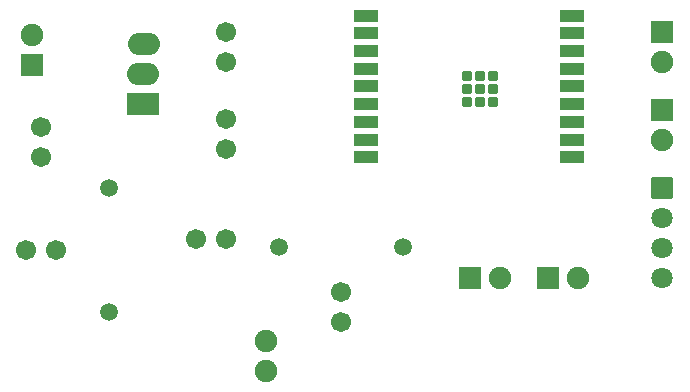
<source format=gts>
G04 Layer: TopSolderMaskLayer*
G04 EasyEDA v6.5.40, 2024-08-20 21:44:02*
G04 Gerber Generator version 0.2*
G04 Scale: 100 percent, Rotated: No, Reflected: No *
G04 Dimensions in inches *
G04 leading zeros omitted , absolute positions ,3 integer and 6 decimal *
%FSLAX36Y36*%
%MOIN*%

%AMMACRO1*1,1,$1,$2,$3*1,1,$1,$4,$5*1,1,$1,0-$2,0-$3*1,1,$1,0-$4,0-$5*20,1,$1,$2,$3,$4,$5,0*20,1,$1,$4,$5,0-$2,0-$3,0*20,1,$1,0-$2,0-$3,0-$4,0-$5,0*20,1,$1,0-$4,0-$5,$2,$3,0*4,1,4,$2,$3,$4,$5,0-$2,0-$3,0-$4,0-$5,$2,$3,0*%
%ADD10C,0.0670*%
%ADD11C,0.0749*%
%ADD12R,0.0749X0.0749*%
%ADD13MACRO1,0.004X0.0354X0.0354X0.0354X-0.0354*%
%ADD14MACRO1,0.004X-0.0354X0.0354X0.0354X0.0354*%
%ADD15MACRO1,0.004X0.0335X0.0335X0.0335X-0.0335*%
%ADD16C,0.0709*%
%ADD17C,0.0591*%
%ADD18MACRO1,0.0039X-0.0394X0.0197X0.0394X0.0197*%
%ADD19MACRO1,0.0039X-0.0138X0.0138X0.0138X0.0138*%
%ADD20O,0.10636200000000001X0.074866*%
%ADD21R,0.1064X0.0749*%

%LPD*%
D10*
G01*
X160000Y-415000D03*
G01*
X160000Y-515000D03*
G01*
X775000Y-200000D03*
G01*
X775000Y-100000D03*
G01*
X775000Y-390000D03*
G01*
X775000Y-490000D03*
G01*
X210000Y-825000D03*
G01*
X110000Y-825000D03*
G01*
X775000Y-790000D03*
G01*
X675000Y-790000D03*
G01*
X1160000Y-965000D03*
G01*
X1160000Y-1065000D03*
D11*
G01*
X910000Y-1130000D03*
G01*
X910000Y-1230000D03*
G01*
X130000Y-110000D03*
D12*
G01*
X130000Y-210000D03*
D11*
G01*
X2230000Y-200000D03*
D13*
G01*
X2230000Y-100000D03*
D11*
G01*
X2230000Y-460000D03*
D13*
G01*
X2230000Y-360000D03*
D11*
G01*
X1690000Y-920000D03*
D14*
G01*
X1590000Y-920000D03*
D11*
G01*
X1950000Y-920000D03*
D14*
G01*
X1850000Y-920000D03*
D15*
G01*
X2230000Y-620000D03*
D16*
G01*
X2230000Y-720000D03*
G01*
X2230000Y-820000D03*
G01*
X2230000Y-920000D03*
D17*
G01*
X385000Y-618310D03*
G01*
X385000Y-1031689D03*
G01*
X953310Y-815000D03*
G01*
X1366689Y-815000D03*
D18*
G01*
X1240509Y-43780D03*
G01*
X1240509Y-102829D03*
G01*
X1240509Y-161889D03*
G01*
X1240509Y-220940D03*
G01*
X1240509Y-280000D03*
G01*
X1240509Y-339049D03*
G01*
X1240509Y-398110D03*
G01*
X1240509Y-457159D03*
G01*
X1240509Y-516219D03*
G01*
X1929490Y-516219D03*
G01*
X1929490Y-457159D03*
G01*
X1929490Y-398110D03*
G01*
X1929490Y-339049D03*
G01*
X1929490Y-280000D03*
G01*
X1929490Y-220940D03*
G01*
X1929490Y-161889D03*
G01*
X1929490Y-102829D03*
G01*
X1929490Y-43780D03*
D19*
G01*
X1579488Y-244564D03*
G01*
X1579488Y-287871D03*
G01*
X1579488Y-331177D03*
G01*
X1622795Y-244564D03*
G01*
X1622795Y-287871D03*
G01*
X1622795Y-331177D03*
G01*
X1666102Y-331177D03*
G01*
X1666102Y-287871D03*
G01*
X1666102Y-244564D03*
D20*
G01*
X499810Y-240010D03*
G01*
X500199Y-140000D03*
D21*
G01*
X499800Y-340010D03*
M02*

</source>
